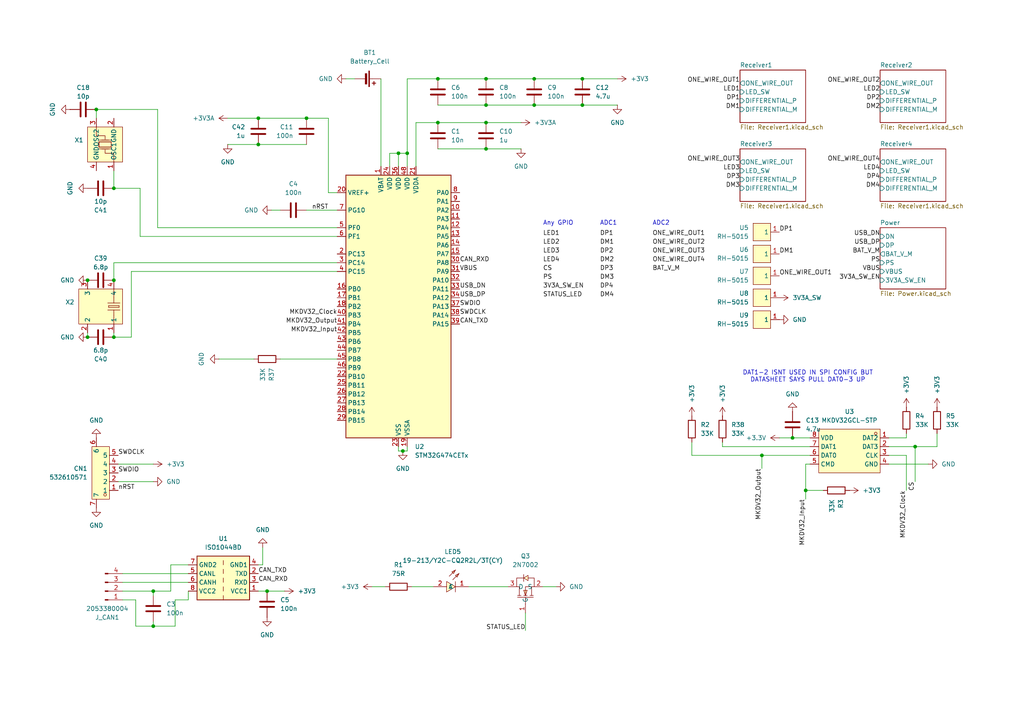
<source format=kicad_sch>
(kicad_sch (version 20231120) (generator "eeschema") (generator_version "8.0")
  (paper "A4")
  (lib_symbols
    (symbol "Connector:Conn_01x04_Pin" (pin_names (offset 1.016) hide)
      (property "Reference" "J" (at 0 5.08 0))
      (property "Value" "Conn_01x04_Pin" (at 0 -7.62 0))
      (symbol "Conn_01x04_Pin_1_1"
        (polyline (pts (xy 1.27 -5.08) (xy 0.8636 -5.08)) (stroke (width 0.1524)))
        (polyline (pts (xy 1.27 -2.54) (xy 0.8636 -2.54)) (stroke (width 0.1524)))
        (polyline (pts (xy 1.27 0) (xy 0.8636 0)) (stroke (width 0.1524)))
        (polyline (pts (xy 1.27 2.54) (xy 0.8636 2.54)) (stroke (width 0.1524)))
        (rectangle (start 0.8636 -4.953) (end 0 -5.207) (stroke (width 0.1524)) (fill (type outline)))
        (rectangle (start 0.8636 -2.413) (end 0 -2.667) (stroke (width 0.1524)) (fill (type outline)))
        (rectangle (start 0.8636 0.127) (end 0 -0.127) (stroke (width 0.1524)) (fill (type outline)))
        (rectangle (start 0.8636 2.667) (end 0 2.413) (stroke (width 0.1524)) (fill (type outline)))
        (pin passive line (at 5.08 2.54 180) (length 3.81) (name "Pin_1") (number "1"))
        (pin passive line (at 5.08 0 180) (length 3.81) (name "Pin_2") (number "2"))
        (pin passive line (at 5.08 -2.54 180) (length 3.81) (name "Pin_3") (number "3"))
        (pin passive line (at 5.08 -5.08 180) (length 3.81) (name "Pin_4") (number "4"))
      )
    )
    (symbol "Device:Battery_Cell" (pin_numbers hide) (pin_names (offset 0) hide)
      (property "Reference" "BT" (at 2.54 2.54 0))
      (property "Value" "Battery_Cell" (at 2.54 0 0))
      (symbol "Battery_Cell_0_1"
        (rectangle (start -2.286 1.778) (end 2.286 1.524) (fill (type outline)))
        (rectangle (start -1.524 1.016) (end 1.524 0.508) (fill (type outline)))
        (polyline (pts (xy 0 0.762) (xy 0 0)))
        (polyline (pts (xy 0 1.778) (xy 0 2.54)))
        (polyline (pts (xy 0.762 3.048) (xy 1.778 3.048)) (stroke (width 0.254)))
        (polyline (pts (xy 1.27 3.556) (xy 1.27 2.54)) (stroke (width 0.254)))
      )
      (symbol "Battery_Cell_1_1"
        (pin passive line (at 0 5.08 270) (length 2.54) (name "+") (number "1"))
        (pin passive line (at 0 -2.54 90) (length 2.54) (name "-") (number "2"))
      )
    )
    (symbol "Device:C" (pin_numbers hide) (pin_names (offset 0.254))
      (property "Reference" "C" (at 0.635 2.54 0))
      (property "Value" "C" (at 0.635 -2.54 0))
      (symbol "C_0_1"
        (polyline (pts (xy -2.032 -0.762) (xy 2.032 -0.762)) (stroke (width 0.508)))
        (polyline (pts (xy -2.032 0.762) (xy 2.032 0.762)) (stroke (width 0.508)))
      )
      (symbol "C_1_1"
        (pin passive line (at 0 3.81 270) (length 2.794) (name "~") (number "1"))
        (pin passive line (at 0 -3.81 90) (length 2.794) (name "~") (number "2"))
      )
    )
    (symbol "Device:R" (pin_numbers hide) (pin_names (offset 0))
      (property "Reference" "R" (at 2.032 0 90))
      (property "Value" "R" (at 0 0 90))
      (symbol "R_0_1"
        (rectangle (start -1.016 -2.54) (end 1.016 2.54) (stroke (width 0.254)))
      )
      (symbol "R_1_1"
        (pin passive line (at 0 3.81 270) (length 1.27) (name "~") (number "1"))
        (pin passive line (at 0 -3.81 90) (length 1.27) (name "~") (number "2"))
      )
    )
    (symbol "Interface_CAN_LIN:ISO1044BD"
      (property "Reference" "U" (at -6.35 6.35 0))
      (property "Value" "ISO1044BD" (at 2.54 6.35 0))
      (symbol "ISO1044BD_0_1"
        (rectangle (start -7.62 5.08) (end 7.62 -7.62) (stroke (width 0.254)) (fill (type background)))
        (polyline (pts (xy 0 -5.08) (xy 0 -6.35)))
        (polyline (pts (xy 0 -2.54) (xy 0 -3.81)))
        (polyline (pts (xy 0 0) (xy 0 -1.27)))
        (polyline (pts (xy 0 2.54) (xy 0 1.27)))
        (polyline (pts (xy 0 5.08) (xy 0 3.81)))
      )
      (symbol "ISO1044BD_1_1"
        (pin power_in line (at -10.16 2.54 0) (length 2.54) (name "VCC1") (number "1"))
        (pin input line (at -10.16 -2.54 0) (length 2.54) (name "TXD") (number "2"))
        (pin output line (at -10.16 0 0) (length 2.54) (name "RXD") (number "3"))
        (pin power_in line (at -10.16 -5.08 0) (length 2.54) (name "GND1") (number "4"))
        (pin bidirectional line (at 10.16 -2.54 180) (length 2.54) (name "CANL") (number "5"))
        (pin bidirectional line (at 10.16 0 180) (length 2.54) (name "CANH") (number "6"))
        (pin power_in line (at 10.16 -5.08 180) (length 2.54) (name "GND2") (number "7"))
        (pin power_in line (at 10.16 2.54 180) (length 2.54) (name "VCC2") (number "8"))
      )
    )
    (symbol "MCU_ST_STM32G4:STM32G474CETx"
      (property "Reference" "U" (at -15.24 39.37 0))
      (property "Value" "STM32G474CETx" (at 7.62 39.37 0))
      (symbol "STM32G474CETx_0_1"
        (rectangle (start -15.24 -38.1) (end 15.24 38.1) (stroke (width 0.254)) (fill (type background)))
      )
      (symbol "STM32G474CETx_1_1"
        (pin power_in line (at -5.08 40.64 270) (length 2.54) (name "VBAT") (number "1"))
        (pin bidirectional line (at 17.78 27.94 180) (length 2.54) (name "PA2") (number "10"))
        (pin bidirectional line (at 17.78 25.4 180) (length 2.54) (name "PA3") (number "11"))
        (pin bidirectional line (at 17.78 22.86 180) (length 2.54) (name "PA4") (number "12"))
        (pin bidirectional line (at 17.78 20.32 180) (length 2.54) (name "PA5") (number "13"))
        (pin bidirectional line (at 17.78 17.78 180) (length 2.54) (name "PA6") (number "14"))
        (pin bidirectional line (at 17.78 15.24 180) (length 2.54) (name "PA7") (number "15"))
        (pin bidirectional line (at -17.78 5.08 0) (length 2.54) (name "PB0") (number "16"))
        (pin bidirectional line (at -17.78 2.54 0) (length 2.54) (name "PB1") (number "17"))
        (pin bidirectional line (at -17.78 0 0) (length 2.54) (name "PB2") (number "18"))
        (pin power_in line (at 2.54 -40.64 90) (length 2.54) (name "VSSA") (number "19"))
        (pin bidirectional line (at -17.78 15.24 0) (length 2.54) (name "PC13") (number "2"))
        (pin input line (at -17.78 33.02 0) (length 2.54) (name "VREF+") (number "20"))
        (pin power_in line (at 5.08 40.64 270) (length 2.54) (name "VDDA") (number "21"))
        (pin bidirectional line (at -17.78 -20.32 0) (length 2.54) (name "PB10") (number "22"))
        (pin power_in line (at 0 -40.64 90) (length 2.54) (name "VSS") (number "23"))
        (pin power_in line (at -2.54 40.64 270) (length 2.54) (name "VDD") (number "24"))
        (pin bidirectional line (at -17.78 -22.86 0) (length 2.54) (name "PB11") (number "25"))
        (pin bidirectional line (at -17.78 -25.4 0) (length 2.54) (name "PB12") (number "26"))
        (pin bidirectional line (at -17.78 -27.94 0) (length 2.54) (name "PB13") (number "27"))
        (pin bidirectional line (at -17.78 -30.48 0) (length 2.54) (name "PB14") (number "28"))
        (pin bidirectional line (at -17.78 -33.02 0) (length 2.54) (name "PB15") (number "29"))
        (pin bidirectional line (at -17.78 12.7 0) (length 2.54) (name "PC14") (number "3"))
        (pin bidirectional line (at 17.78 12.7 180) (length 2.54) (name "PA8") (number "30"))
        (pin bidirectional line (at 17.78 10.16 180) (length 2.54) (name "PA9") (number "31"))
        (pin bidirectional line (at 17.78 7.62 180) (length 2.54) (name "PA10") (number "32"))
        (pin bidirectional line (at 17.78 5.08 180) (length 2.54) (name "PA11") (number "33"))
        (pin bidirectional line (at 17.78 2.54 180) (length 2.54) (name "PA12") (number "34"))
        (pin passive line (at 0 -40.64 90) (length 2.54) hide (name "VSS") (number "35"))
        (pin power_in line (at 0 40.64 270) (length 2.54) (name "VDD") (number "36"))
        (pin bidirectional line (at 17.78 0 180) (length 2.54) (name "PA13") (number "37"))
        (pin bidirectional line (at 17.78 -2.54 180) (length 2.54) (name "PA14") (number "38"))
        (pin bidirectional line (at 17.78 -5.08 180) (length 2.54) (name "PA15") (number "39"))
        (pin bidirectional line (at -17.78 10.16 0) (length 2.54) (name "PC15") (number "4"))
        (pin bidirectional line (at -17.78 -2.54 0) (length 2.54) (name "PB3") (number "40"))
        (pin bidirectional line (at -17.78 -5.08 0) (length 2.54) (name "PB4") (number "41"))
        (pin bidirectional line (at -17.78 -7.62 0) (length 2.54) (name "PB5") (number "42"))
        (pin bidirectional line (at -17.78 -10.16 0) (length 2.54) (name "PB6") (number "43"))
        (pin bidirectional line (at -17.78 -12.7 0) (length 2.54) (name "PB7") (number "44"))
        (pin bidirectional line (at -17.78 -15.24 0) (length 2.54) (name "PB8") (number "45"))
        (pin bidirectional line (at -17.78 -17.78 0) (length 2.54) (name "PB9") (number "46"))
        (pin passive line (at 0 -40.64 90) (length 2.54) hide (name "VSS") (number "47"))
        (pin power_in line (at 2.54 40.64 270) (length 2.54) (name "VDD") (number "48"))
        (pin bidirectional line (at -17.78 22.86 0) (length 2.54) (name "PF0") (number "5"))
        (pin bidirectional line (at -17.78 20.32 0) (length 2.54) (name "PF1") (number "6"))
        (pin bidirectional line (at -17.78 27.94 0) (length 2.54) (name "PG10") (number "7"))
        (pin bidirectional line (at 17.78 33.02 180) (length 2.54) (name "PA0") (number "8"))
        (pin bidirectional line (at 17.78 30.48 180) (length 2.54) (name "PA1") (number "9"))
      )
    )
    (symbol "Rocketry_Easyeda:19-213_Y2C-CQ2R2L_3T(CY) (0603 Yellow)"
      (property "Reference" "LED" (at 0 5.08 0))
      (property "Value" "19-213/Y2C-CQ2R2L/3T(CY)" (at 0 -5.08 0))
      (symbol "19-213_Y2C-CQ2R2L_3T(CY) (0603 Yellow)_0_1"
        (polyline (pts (xy -1.27 1.52) (xy -1.27 -1.52)))
        (polyline (pts (xy -0.51 2.03) (xy -2.29 3.81)))
        (polyline (pts (xy 0.51 3.05) (xy -1.27 4.83)))
        (polyline (pts (xy -2.29 3.81) (xy -1.27 3.3) (xy -1.78 2.79) (xy -2.29 3.81)) (fill (type background)))
        (polyline (pts (xy -1.27 4.83) (xy -0.25 4.32) (xy -0.76 3.81) (xy -1.27 4.83)) (fill (type background)))
        (polyline (pts (xy 1.27 -1.52) (xy -1.27 0) (xy 1.27 1.52) (xy 1.27 -1.52)) (fill (type background)))
        (pin input line (at -5.08 0 0) (length 3.81) (name "C") (number "1"))
        (pin input line (at 5.08 0 180) (length 3.81) (name "A") (number "2"))
      )
    )
    (symbol "Rocketry_Easyeda:2N7002"
      (property "Reference" "Q" (at 0 10.16 0))
      (property "Value" "2N7002" (at 0 -10.16 0))
      (symbol "2N7002_0_1"
        (polyline (pts (xy -2.54 0) (xy -0.51 0)))
        (polyline (pts (xy -0.51 2.29) (xy -0.51 -2.29)))
        (polyline (pts (xy 0 -2.29) (xy 0 -1.27)))
        (polyline (pts (xy 0 -0.51) (xy 0 0.51)))
        (polyline (pts (xy 0 2.29) (xy 0 1.27)))
        (polyline (pts (xy 2.54 -1.78) (xy 0 -1.78)))
        (polyline (pts (xy 0 0) (xy 1.52 -0.51) (xy 1.52 0.51) (xy 0 0)) (fill (type background)))
        (polyline (pts (xy 5.08 0.51) (xy 4.32 -0.76) (xy 5.84 -0.76) (xy 5.08 0.51)) (fill (type background)))
        (polyline (pts (xy 6.1 0.51) (xy 5.59 0.51) (xy 4.57 0.51) (xy 4.06 0.51)))
        (polyline (pts (xy 0 0) (xy 2.54 0) (xy 2.54 -2.54) (xy 5.08 -2.54) (xy 5.08 -0.76)))
        (polyline (pts (xy 0 1.78) (xy 2.54 1.78) (xy 2.54 2.54) (xy 5.08 2.54) (xy 5.08 0.51)))
        (pin unspecified line (at -5.08 0 0) (length 2.54) (name "G") (number "1"))
        (pin unspecified line (at 2.54 -5.08 90) (length 2.54) (name "S") (number "2"))
        (pin unspecified line (at 2.54 5.08 270) (length 2.54) (name "D") (number "3"))
      )
    )
    (symbol "Rocketry_Easyeda:532610571"
      (property "Reference" "CN" (at 0 15.24 0))
      (property "Value" "532610571" (at 0 -15.24 0))
      (symbol "532610571_0_1"
        (rectangle (start -1.27 7.62) (end 3.81 -7.62) (fill (type background)))
        (circle (center 0 6.35) (radius 0.38))
        (pin unspecified line (at -3.81 5.08 0) (length 2.54) (name "1") (number "1"))
        (pin unspecified line (at -3.81 2.54 0) (length 2.54) (name "2") (number "2"))
        (pin unspecified line (at -3.81 0 0) (length 2.54) (name "3") (number "3"))
        (pin unspecified line (at -3.81 -2.54 0) (length 2.54) (name "4") (number "4"))
        (pin unspecified line (at -3.81 -5.08 0) (length 2.54) (name "5") (number "5"))
        (pin unspecified line (at 2.54 -10.16 90) (length 2.54) (name "6") (number "6"))
        (pin unspecified line (at 2.54 10.16 270) (length 2.54) (name "7") (number "7"))
      )
    )
    (symbol "Rocketry_Easyeda:MC-30632.768kHz6.0pF20ppm"
      (property "Reference" "X" (at 0 12.7 0))
      (property "Value" "MC-306 32.768kHz 6.0pF 20ppm" (at 0 -12.7 0))
      (symbol "MC-30632.768kHz6.0pF20ppm_0_1"
        (rectangle (start -6.35 5.08) (end 6.35 -5.08) (fill (type background)))
        (polyline (pts (xy -5.59 -1.02) (xy -2.03 -1.02)))
        (polyline (pts (xy -5.59 1.02) (xy -2.03 1.02)))
        (polyline (pts (xy -5.33 -0.25) (xy -2.29 -0.25)))
        (polyline (pts (xy -5.33 0.25) (xy -5.33 -0.25)))
        (polyline (pts (xy -3.81 -2.54) (xy -3.81 -5.08)))
        (polyline (pts (xy -3.81 -2.54) (xy -3.81 -1.02)))
        (polyline (pts (xy -3.81 1.02) (xy -3.81 2.54)))
        (polyline (pts (xy -3.81 2.54) (xy -3.81 5.08)))
        (polyline (pts (xy -2.29 -0.25) (xy -2.29 0.25)))
        (polyline (pts (xy -2.29 0.25) (xy -5.33 0.25)))
        (pin unspecified line (at -3.81 -7.62 90) (length 2.54) (name "1") (number "1"))
        (pin unspecified line (at 3.81 -7.62 90) (length 2.54) (name "2") (number "2"))
        (pin unspecified line (at 3.81 7.62 270) (length 2.54) (name "3") (number "3"))
        (pin unspecified line (at -3.81 7.62 270) (length 2.54) (name "4") (number "4"))
      )
    )
    (symbol "Rocketry_Easyeda:MKDV32GCL-STP"
      (property "Reference" "U" (at 0 8.89 0))
      (property "Value" "MKDV32GCL-STP" (at 0 -8.89 0))
      (symbol "MKDV32GCL-STP_0_1"
        (rectangle (start -8.89 6.35) (end 8.89 -6.35) (fill (type background)))
        (circle (center -7.62 5.08) (radius 0.38))
        (pin unspecified line (at -11.43 3.81 0) (length 2.54) (name "DAT2") (number "1"))
        (pin unspecified line (at -11.43 1.27 0) (length 2.54) (name "DAT3") (number "2"))
        (pin unspecified line (at -11.43 -1.27 0) (length 2.54) (name "CLK") (number "3"))
        (pin unspecified line (at -11.43 -3.81 0) (length 2.54) (name "GND") (number "4"))
        (pin unspecified line (at 11.43 -3.81 180) (length 2.54) (name "CMD") (number "5"))
        (pin unspecified line (at 11.43 -1.27 180) (length 2.54) (name "DAT0") (number "6"))
        (pin unspecified line (at 11.43 1.27 180) (length 2.54) (name "DAT1") (number "7"))
        (pin unspecified line (at 11.43 3.81 180) (length 2.54) (name "VDD") (number "8"))
      )
    )
    (symbol "Rocketry_Easyeda:RH-5015"
      (property "Reference" "U" (at 0 5.08 0))
      (property "Value" "RH-5015" (at 0 -5.08 0))
      (symbol "RH-5015_0_1"
        (rectangle (start -2.54 2.54) (end 2.54 -2.54) (fill (type background)))
        (pin unspecified line (at -5.08 0 0) (length 2.54) (name "1") (number "1"))
      )
    )
    (symbol "Rocketry_Easyeda:X322516MLB4SI"
      (property "Reference" "X" (at 0 7.62 0))
      (property "Value" "X322516MLB4SI" (at 0 -7.62 0))
      (symbol "X322516MLB4SI_0_1"
        (rectangle (start -5.08 5.08) (end 5.08 -5.08) (fill (type background)))
        (polyline (pts (xy -1.27 -1.78) (xy -1.27 1.78)))
        (polyline (pts (xy -1.27 -1.02) (xy -1.27 1.02)))
        (polyline (pts (xy 0.76 -1.78) (xy -0.76 -1.78)))
        (polyline (pts (xy 1.27 -1.78) (xy 1.27 1.78)))
        (polyline (pts (xy 1.27 -1.02) (xy 1.27 1.02)))
        (polyline (pts (xy -5.08 -2.54) (xy -2.54 -2.54) (xy -2.54 0) (xy -1.52 0)))
        (polyline (pts (xy -0.76 -1.78) (xy -0.76 1.78) (xy 0.76 1.78) (xy 0.76 -1.78)))
        (polyline (pts (xy 5.08 2.54) (xy 2.54 2.54) (xy 2.54 0) (xy 1.52 0)))
        (polyline (pts (xy 0.76 1.78) (xy 0.76 -1.78) (xy -0.76 -1.78) (xy -0.76 1.78) (xy 0.76 1.78)) (fill (type background)))
        (pin unspecified line (at -7.62 -2.54 0) (length 2.54) (name "OSC1") (number "1"))
        (pin unspecified line (at 7.62 -2.54 180) (length 2.54) (name "GND") (number "2"))
        (pin unspecified line (at 7.62 2.54 180) (length 2.54) (name "OSC2") (number "3"))
        (pin unspecified line (at -7.62 2.54 0) (length 2.54) (name "GND") (number "4"))
      )
    )
    (symbol "power:+3.3V" (power) (pin_numbers hide) (pin_names (offset 0) hide)
      (property "Value" "+3.3V" (at 0 3.556 0))
      (symbol "+3.3V_0_1"
        (polyline (pts (xy -0.762 1.27) (xy 0 2.54)))
        (polyline (pts (xy 0 0) (xy 0 2.54)))
        (polyline (pts (xy 0 2.54) (xy 0.762 1.27)))
      )
      (symbol "+3.3V_1_1"
        (pin power_in line (at 0 0 90) (length 0) (name "~") (number "1"))
      )
    )
    (symbol "power:+3.3VA" (power) (pin_numbers hide) (pin_names (offset 0) hide)
      (property "Value" "+3.3VA" (at 0 3.556 0))
      (symbol "+3.3VA_0_1"
        (polyline (pts (xy -0.762 1.27) (xy 0 2.54)))
        (polyline (pts (xy 0 0) (xy 0 2.54)))
        (polyline (pts (xy 0 2.54) (xy 0.762 1.27)))
      )
      (symbol "+3.3VA_1_1"
        (pin power_in line (at 0 0 90) (length 0) (name "~") (number "1"))
      )
    )
    (symbol "power:GND" (power) (pin_numbers hide) (pin_names (offset 0) hide)
      (property "Value" "GND" (at 0 -3.81 0))
      (symbol "GND_0_1"
        (polyline (pts (xy 0 0) (xy 0 -1.27) (xy 1.27 -1.27) (xy 0 -2.54) (xy -1.27 -1.27) (xy 0 -1.27)))
      )
      (symbol "GND_1_1"
        (pin power_in line (at 0 0 270) (length 0) (name "~") (number "1"))
      )
    )
  )
  (junction (at 154.94 30.48))
  (junction (at 74.93 41.91))
  (junction (at 115.57 44.45))
  (junction (at 25.4 81.28))
  (junction (at 168.91 22.86))
  (junction (at 33.02 81.28))
  (junction (at 265.43 129.54))
  (junction (at 116.84 130.81))
  (junction (at 140.97 22.86))
  (junction (at 233.68 142.24))
  (junction (at 168.91 30.48))
  (junction (at 33.02 54.61))
  (junction (at 154.94 22.86))
  (junction (at 27.94 31.75))
  (junction (at 77.47 171.45))
  (junction (at 140.97 35.56))
  (junction (at 127 35.56))
  (junction (at 229.87 127))
  (junction (at 118.11 44.45))
  (junction (at 33.02 97.79))
  (junction (at 127 22.86))
  (junction (at 88.9 34.29))
  (junction (at 44.45 181.61))
  (junction (at 25.4 97.79))
  (junction (at 74.93 34.29))
  (junction (at 140.97 43.18))
  (junction (at 140.97 30.48))
  (junction (at 44.45 171.45))
  (junction (at 220.98 132.08))
  (wire (pts (xy 271.78 129.54) (xy 265.43 129.54)))
  (wire (pts (xy 233.68 142.24) (xy 233.68 144.78)))
  (wire (pts (xy 81.28 104.14) (xy 97.79 104.14)))
  (wire (pts (xy 40.64 68.58) (xy 97.79 68.58)))
  (wire (pts (xy 107.95 170.18) (xy 111.76 170.18)))
  (wire (pts (xy 44.45 134.62) (xy 34.29 134.62)))
  (wire (pts (xy 119.38 170.18) (xy 125.73 170.18)))
  (wire (pts (xy 88.9 60.96) (xy 97.79 60.96)))
  (wire (pts (xy 27.94 31.75) (xy 45.72 31.75)))
  (wire (pts (xy 271.78 125.73) (xy 271.78 129.54)))
  (wire (pts (xy 120.65 35.56) (xy 120.65 48.26)))
  (wire (pts (xy 120.65 35.56) (xy 127 35.56)))
  (wire (pts (xy 95.25 55.88) (xy 97.79 55.88)))
  (wire (pts (xy 50.8 181.61) (xy 50.8 173.99)))
  (wire (pts (xy 118.11 130.81) (xy 116.84 130.81)))
  (wire (pts (xy 262.89 132.08) (xy 262.89 142.24)))
  (wire (pts (xy 154.94 30.48) (xy 168.91 30.48)))
  (wire (pts (xy 44.45 181.61) (xy 50.8 181.61)))
  (wire (pts (xy 45.72 66.04) (xy 97.79 66.04)))
  (wire (pts (xy 265.43 129.54) (xy 265.43 139.7)))
  (wire (pts (xy 140.97 35.56) (xy 151.13 35.56)))
  (wire (pts (xy 257.81 127) (xy 262.89 127)))
  (wire (pts (xy 127 35.56) (xy 140.97 35.56)))
  (wire (pts (xy 39.37 173.99) (xy 35.56 173.99)))
  (wire (pts (xy 76.2 158.75) (xy 76.2 163.83)))
  (wire (pts (xy 238.76 142.24) (xy 233.68 142.24)))
  (wire (pts (xy 152.4 182.88) (xy 152.4 177.8)))
  (wire (pts (xy 154.94 22.86) (xy 168.91 22.86)))
  (wire (pts (xy 257.81 129.54) (xy 265.43 129.54)))
  (wire (pts (xy 234.95 134.62) (xy 233.68 134.62)))
  (wire (pts (xy 113.03 48.26) (xy 113.03 44.45)))
  (wire (pts (xy 74.93 171.45) (xy 77.47 171.45)))
  (wire (pts (xy 233.68 134.62) (xy 233.68 142.24)))
  (wire (pts (xy 66.04 41.91) (xy 74.93 41.91)))
  (wire (pts (xy 49.53 171.45) (xy 49.53 163.83)))
  (wire (pts (xy 262.89 132.08) (xy 257.81 132.08)))
  (wire (pts (xy 39.37 181.61) (xy 44.45 181.61)))
  (wire (pts (xy 97.79 78.74) (xy 38.1 78.74)))
  (wire (pts (xy 35.56 171.45) (xy 44.45 171.45)))
  (wire (pts (xy 116.84 130.81) (xy 115.57 130.81)))
  (wire (pts (xy 49.53 163.83) (xy 54.61 163.83)))
  (wire (pts (xy 63.5 104.14) (xy 73.66 104.14)))
  (wire (pts (xy 140.97 43.18) (xy 151.13 43.18)))
  (wire (pts (xy 200.66 132.08) (xy 220.98 132.08)))
  (wire (pts (xy 127 22.86) (xy 140.97 22.86)))
  (wire (pts (xy 118.11 129.54) (xy 118.11 130.81)))
  (wire (pts (xy 88.9 34.29) (xy 74.93 34.29)))
  (wire (pts (xy 33.02 97.79) (xy 38.1 97.79)))
  (wire (pts (xy 78.74 60.96) (xy 81.28 60.96)))
  (wire (pts (xy 66.04 34.29) (xy 74.93 34.29)))
  (wire (pts (xy 118.11 22.86) (xy 118.11 44.45)))
  (wire (pts (xy 33.02 96.52) (xy 33.02 97.79)))
  (wire (pts (xy 220.98 135.89) (xy 220.98 132.08)))
  (wire (pts (xy 39.37 181.61) (xy 39.37 173.99)))
  (wire (pts (xy 74.93 41.91) (xy 88.9 41.91)))
  (wire (pts (xy 113.03 44.45) (xy 115.57 44.45)))
  (wire (pts (xy 33.02 49.53) (xy 33.02 54.61)))
  (wire (pts (xy 50.8 173.99) (xy 54.61 173.99)))
  (wire (pts (xy 118.11 48.26) (xy 118.11 44.45)))
  (wire (pts (xy 127 30.48) (xy 140.97 30.48)))
  (wire (pts (xy 34.29 139.7) (xy 44.45 139.7)))
  (wire (pts (xy 44.45 180.34) (xy 44.45 181.61)))
  (wire (pts (xy 40.64 54.61) (xy 33.02 54.61)))
  (wire (pts (xy 262.89 127) (xy 262.89 125.73)))
  (wire (pts (xy 27.94 31.75) (xy 27.94 34.29)))
  (wire (pts (xy 33.02 76.2) (xy 33.02 81.28)))
  (wire (pts (xy 135.89 170.18) (xy 147.32 170.18)))
  (wire (pts (xy 127 43.18) (xy 140.97 43.18)))
  (wire (pts (xy 229.87 127) (xy 226.06 127)))
  (wire (pts (xy 95.25 34.29) (xy 88.9 34.29)))
  (wire (pts (xy 234.95 127) (xy 229.87 127)))
  (wire (pts (xy 179.07 30.48) (xy 168.91 30.48)))
  (wire (pts (xy 38.1 78.74) (xy 38.1 97.79)))
  (wire (pts (xy 100.33 22.86) (xy 102.87 22.86)))
  (wire (pts (xy 115.57 129.54) (xy 115.57 130.81)))
  (wire (pts (xy 200.66 128.27) (xy 200.66 132.08)))
  (wire (pts (xy 40.64 54.61) (xy 40.64 68.58)))
  (wire (pts (xy 35.56 168.91) (xy 54.61 168.91)))
  (wire (pts (xy 115.57 44.45) (xy 118.11 44.45)))
  (wire (pts (xy 110.49 22.86) (xy 110.49 48.26)))
  (wire (pts (xy 35.56 166.37) (xy 54.61 166.37)))
  (wire (pts (xy 76.2 163.83) (xy 74.93 163.83)))
  (wire (pts (xy 220.98 132.08) (xy 234.95 132.08)))
  (wire (pts (xy 168.91 22.86) (xy 179.07 22.86)))
  (wire (pts (xy 209.55 128.27) (xy 209.55 129.54)))
  (wire (pts (xy 140.97 22.86) (xy 154.94 22.86)))
  (wire (pts (xy 44.45 171.45) (xy 44.45 172.72)))
  (wire (pts (xy 118.11 22.86) (xy 127 22.86)))
  (wire (pts (xy 115.57 48.26) (xy 115.57 44.45)))
  (wire (pts (xy 209.55 129.54) (xy 234.95 129.54)))
  (wire (pts (xy 97.79 76.2) (xy 33.02 76.2)))
  (wire (pts (xy 269.24 134.62) (xy 257.81 134.62)))
  (wire (pts (xy 45.72 31.75) (xy 45.72 66.04)))
  (wire (pts (xy 77.47 171.45) (xy 82.55 171.45)))
  (wire (pts (xy 54.61 173.99) (xy 54.61 171.45)))
  (wire (pts (xy 157.48 170.18) (xy 161.29 170.18)))
  (wire (pts (xy 44.45 171.45) (xy 49.53 171.45)))
  (wire (pts (xy 25.4 96.52) (xy 25.4 97.79)))
  (wire (pts (xy 95.25 34.29) (xy 95.25 55.88)))
  (wire (pts (xy 140.97 30.48) (xy 154.94 30.48)))
  (text "ADC1" (at 173.99 64.77 0) (effects (font (size 1.27 1.27)) (justify left)))
  (text "ADC2" (at 189.23 64.77 0) (effects (font (size 1.27 1.27)) (justify left)))
  (text "DAT1-2 ISNT USED IN SPI CONFIG BUT\nDATASHEET SAYS PULL DAT0-3 UP" (at 234.315 109.22 0) (effects (font (size 1.27 1.27))))
  (text "Any GPIO" (at 157.48 64.77 0) (effects (font (size 1.27 1.27)) (justify left)))
  (label "nRST" (at 95.25 60.96 180))
  (label "USB_DN" (at 255.27 68.58 180))
  (label "CS" (at 157.48 78.74 0))
  (label "VBUS" (at 133.35 78.74 0))
  (label "VBUS" (at 255.27 78.74 180))
  (label "DM4" (at 173.99 86.36 0))
  (label "CAN_RXD" (at 74.93 168.91 0))
  (label "DM1" (at 173.99 71.12 0))
  (label "LED2" (at 255.27 26.67 180))
  (label "CAN_TXD" (at 133.35 93.98 0))
  (label "MKDV32_Output" (at 220.98 135.89 270))
  (label "CAN_RXD" (at 133.35 76.2 0))
  (label "MKDV32_Input" (at 97.79 96.52 180))
  (label "DP2" (at 173.99 73.66 0))
  (label "DP1" (at 173.99 68.58 0))
  (label "USB_DP" (at 255.27 71.12 180))
  (label "ONE_WIRE_OUT4" (at 189.23 76.2 0))
  (label "DP3" (at 173.99 78.74 0))
  (label "DP4" (at 173.99 83.82 0))
  (label "DM3" (at 214.63 54.61 180))
  (label "CS" (at 265.43 139.7 270))
  (label "LED4" (at 157.48 76.2 0))
  (label "ONE_WIRE_OUT1" (at 189.23 68.58 0))
  (label "3V3A_SW_EN" (at 157.48 83.82 0))
  (label "LED1" (at 214.63 26.67 180))
  (label "ONE_WIRE_OUT3" (at 189.23 73.66 0))
  (label "3V3A_SW_EN" (at 255.27 81.28 180))
  (label "DM1" (at 226.06 73.66 0))
  (label "LED4" (at 255.27 49.53 180))
  (label "USB_DN" (at 133.35 83.82 0))
  (label "SWDIO" (at 133.35 88.9 0))
  (label "DM2" (at 255.27 31.75 180))
  (label "LED2" (at 157.48 71.12 0))
  (label "nRST" (at 34.29 142.24 0))
  (label "STATUS_LED" (at 152.4 182.88 180))
  (label "DP3" (at 214.63 52.07 180))
  (label "MKDV32_Input" (at 233.68 144.78 270))
  (label "DM3" (at 173.99 81.28 0))
  (label "ONE_WIRE_OUT4" (at 255.27 46.99 180))
  (label "ONE_WIRE_OUT3" (at 214.63 46.99 180))
  (label "PS" (at 157.48 81.28 0))
  (label "LED1" (at 157.48 68.58 0))
  (label "ONE_WIRE_OUT1" (at 226.06 80.01 0))
  (label "ONE_WIRE_OUT2" (at 255.27 24.13 180))
  (label "DM4" (at 255.27 54.61 180))
  (label "DP1" (at 214.63 29.21 180))
  (label "LED3" (at 214.63 49.53 180))
  (label "DP4" (at 255.27 52.07 180))
  (label "MKDV32_Clock" (at 97.79 91.44 180))
  (label "USB_DP" (at 133.35 86.36 0))
  (label "BAT_V_M" (at 255.27 73.66 180))
  (label "ONE_WIRE_OUT2" (at 189.23 71.12 0))
  (label "BAT_V_M" (at 189.23 78.74 0))
  (label "STATUS_LED" (at 157.48 86.36 0))
  (label "DM2" (at 173.99 76.2 0))
  (label "CAN_TXD" (at 74.93 166.37 0))
  (label "SWDCLK" (at 133.35 91.44 0))
  (label "MKDV32_Clock" (at 262.89 142.24 270))
  (label "DP2" (at 255.27 29.21 180))
  (label "DP1" (at 226.06 67.31 0))
  (label "SWDIO" (at 34.29 137.16 0))
  (label "ONE_WIRE_OUT1" (at 214.63 24.13 180))
  (label "MKDV32_Output" (at 97.79 93.98 180))
  (label "DM1" (at 214.63 31.75 180))
  (label "PS" (at 255.27 76.2 180))
  (label "SWDCLK" (at 34.29 132.08 0))
  (label "LED3" (at 157.48 73.66 0))
  (symbol (lib_id "MCU_ST_STM32G4:STM32G474CETx") (at 115.57 88.9 0) (unit 1)
    (property "Reference" "U2" (at 120.3041 129.54 0) (effects (justify left)))
    (property "Value" "STM32G474CETx" (at 120.3041 132.08 0) (effects (justify left)))
    (property "Footprint" "Package_QFP:LQFP-48_7x7mm_P0.5mm" (effects (hide yes)))
    (property "Datasheet" "https://www.st.com/resource/en/datasheet/stm32g474ce.pdf" (effects (hide yes)))
    (property "Description" "STMicroelectronics Arm Cortex-M4 MCU, 512KB flash, 128KB RAM, 170 MHz, 1.71-3.6V, 38 GPIO, LQFP48" (effects (hide yes)))
  )
  (symbol (lib_id "Device:R") (at 262.89 121.92 0) (unit 1)
    (property "Reference" "R4" (at 265.43 120.6499 0) (effects (justify left)))
    (property "Value" "33K" (at 265.43 123.1899 0) (effects (justify left)))
    (property "Footprint" "Resistor_SMD:R_0402_1005Metric" (effects (hide yes)))
    (property "Description" "Resistor" (effects (hide yes)))
  )
  (symbol (lib_id "power:GND") (at 66.04 41.91 0) (mirror y) (unit 1)
    (property "Reference" "#PWR026" (effects (hide yes)))
    (property "Value" "GND" (at 66.04 46.99 0))
    (property "Description" "Power symbol creates a global label with name \"GND\" , ground" (effects (hide yes)))
  )
  (symbol (lib_id "power:+3.3V") (at 107.95 170.18 90) (unit 1)
    (property "Reference" "#PWR069" (effects (hide yes)))
    (property "Value" "+3V3" (at 104.14 170.1799 90) (effects (justify left)))
    (property "Description" "Power symbol creates a global label with name \"+3.3V\"" (effects (hide yes)))
  )
  (symbol (lib_id "power:GND") (at 116.84 130.81 0) (mirror y) (unit 1)
    (property "Reference" "#PWR09" (effects (hide yes)))
    (property "Value" "GND" (at 116.84 135.89 0))
    (property "Description" "Power symbol creates a global label with name \"GND\" , ground" (effects (hide yes)))
  )
  (symbol (lib_id "Device:R") (at 200.66 124.46 0) (unit 1)
    (property "Reference" "R2" (at 203.2 123.1899 0) (effects (justify left)))
    (property "Value" "33K" (at 203.2 125.7299 0) (effects (justify left)))
    (property "Footprint" "Resistor_SMD:R_0402_1005Metric" (effects (hide yes)))
    (property "Description" "Resistor" (effects (hide yes)))
  )
  (symbol (lib_id "Device:Battery_Cell") (at 105.41 22.86 270) (unit 1)
    (property "Reference" "BT1" (at 107.2515 15.24 90))
    (property "Value" "Battery_Cell" (at 107.2515 17.78 90))
    (property "Footprint" "Rocketry_Manual:SEIKO_ML414H_IV01E" (effects (hide yes)))
    (property "Description" "Single-cell battery" (effects (hide yes)))
  )
  (symbol (lib_id "power:GND") (at 226.06 92.71 90) (mirror x) (unit 1)
    (property "Reference" "#PWR079" (effects (hide yes)))
    (property "Value" "GND" (at 229.87 92.7099 90) (effects (justify right)))
    (property "Description" "Power symbol creates a global label with name \"GND\" , ground" (effects (hide yes)))
  )
  (symbol (lib_id "power:GND") (at 25.4 54.61 270) (mirror x) (unit 1)
    (property "Reference" "#PWR045" (effects (hide yes)))
    (property "Value" "GND" (at 20.32 54.61 0))
    (property "Description" "Power symbol creates a global label with name \"GND\" , ground" (effects (hide yes)))
  )
  (symbol (lib_id "power:GND") (at 20.32 31.75 270) (unit 1)
    (property "Reference" "#PWR039" (effects (hide yes)))
    (property "Value" "GND" (at 15.24 31.75 0))
    (property "Description" "Power symbol creates a global label with name \"GND\" , ground" (effects (hide yes)))
  )
  (symbol (lib_id "power:GND") (at 100.33 22.86 270) (unit 1)
    (property "Reference" "#PWR01" (effects (hide yes)))
    (property "Value" "GND" (at 96.52 22.8599 90) (effects (justify right)))
    (property "Description" "Power symbol creates a global label with name \"GND\" , ground" (effects (hide yes)))
  )
  (symbol (lib_id "Device:R") (at 242.57 142.24 270) (unit 1)
    (property "Reference" "R3" (at 243.8401 144.78 0) (effects (justify left)))
    (property "Value" "33K" (at 241.3001 144.78 0) (effects (justify left)))
    (property "Footprint" "Resistor_SMD:R_0402_1005Metric" (effects (hide yes)))
    (property "Description" "Resistor" (effects (hide yes)))
  )
  (symbol (lib_id "Device:C") (at 85.09 60.96 90) (unit 1)
    (property "Reference" "C4" (at 85.09 53.34 90))
    (property "Value" "100n" (at 85.09 55.88 90))
    (property "Footprint" "Capacitor_SMD:C_0402_1005Metric" (effects (hide yes)))
    (property "Description" "Unpolarized capacitor" (effects (hide yes)))
  )
  (symbol (lib_id "power:+3.3V") (at 151.13 35.56 270) (unit 1)
    (property "Reference" "#PWR05" (effects (hide yes)))
    (property "Value" "+3V3A" (at 154.94 35.5601 90) (effects (justify left)))
    (property "Description" "Power symbol creates a global label with name \"+3.3V\"" (effects (hide yes)))
  )
  (symbol (lib_id "Device:C") (at 77.47 175.26 180) (unit 1)
    (property "Reference" "C5" (at 81.28 173.9899 0) (effects (justify right)))
    (property "Value" "100n" (at 81.28 176.5299 0) (effects (justify right)))
    (property "Footprint" "Capacitor_SMD:C_0402_1005Metric" (effects (hide yes)))
    (property "Description" "Unpolarized capacitor" (effects (hide yes)))
  )
  (symbol (lib_id "power:+3.3V") (at 179.07 22.86 270) (unit 1)
    (property "Reference" "#PWR011" (effects (hide yes)))
    (property "Value" "+3V3" (at 182.88 22.8601 90) (effects (justify left)))
    (property "Description" "Power symbol creates a global label with name \"+3.3V\"" (effects (hide yes)))
  )
  (symbol (lib_id "power:GND") (at 77.47 179.07 0) (mirror y) (unit 1)
    (property "Reference" "#PWR07" (effects (hide yes)))
    (property "Value" "GND" (at 77.47 184.15 0))
    (property "Description" "Power symbol creates a global label with name \"GND\" , ground" (effects (hide yes)))
  )
  (symbol (lib_id "power:GND") (at 161.29 170.18 90) (unit 1)
    (property "Reference" "#PWR072" (effects (hide yes)))
    (property "Value" "GND" (at 165.1 170.1799 90) (effects (justify right)))
    (property "Description" "Power symbol creates a global label with name \"GND\" , ground" (effects (hide yes)))
  )
  (symbol (lib_id "Device:C") (at 29.21 97.79 270) (unit 1)
    (property "Reference" "C40" (at 29.21 104.14 90))
    (property "Value" "6.8p" (at 29.21 101.6 90))
    (property "Footprint" "Capacitor_SMD:C_0603_1608Metric_Pad1.08x0.95mm_HandSolder" (effects (hide yes)))
    (property "Description" "Unpolarized capacitor" (effects (hide yes)))
  )
  (symbol (lib_id "power:GND") (at 76.2 158.75 0) (mirror x) (unit 1)
    (property "Reference" "#PWR06" (effects (hide yes)))
    (property "Value" "GND" (at 76.2 153.67 0))
    (property "Description" "Power symbol creates a global label with name \"GND\" , ground" (effects (hide yes)))
  )
  (symbol (lib_id "Rocketry_Easyeda:MC-30632.768kHz6.0pF20ppm") (at 29.21 88.9 0) (mirror y) (unit 1)
    (property "Reference" "X2" (at 21.59 87.6299 0) (effects (justify left)))
    (property "Value" "MC-306 32.768kHz 6.0pF 20ppm" (effects (hide yes)))
    (property "Footprint" "Rocketry_Easyeda:MC-306_4P-L8.0-W3.2-P5.5-BL" (effects (hide yes)))
    (property "Datasheet" "https://lcsc.com/product-detail/SMD-Crystals_EPSON_MC-306-32-768kHz-6-0pF-20ppm_MC-306-32-768kHz-6-0pF-20ppm_C83979.html" (effects (hide yes)))
    (property "LCSC Part" "C83979" (effects (hide yes)))
  )
  (symbol (lib_id "power:+3.3V") (at 246.38 142.24 270) (mirror x) (unit 1)
    (property "Reference" "#PWR015" (effects (hide yes)))
    (property "Value" "+3V3" (at 250.19 142.2399 90) (effects (justify left)))
    (property "Description" "Power symbol creates a global label with name \"+3.3V\"" (effects (hide yes)))
  )
  (symbol (lib_id "power:+3.3VA") (at 226.06 86.36 270) (unit 1)
    (property "Reference" "#PWR078" (effects (hide yes)))
    (property "Value" "3V3A_SW" (at 229.87 86.3599 90) (effects (justify left)))
    (property "Description" "Power symbol creates a global label with name \"+3.3VA\"" (effects (hide yes)))
  )
  (symbol (lib_id "Rocketry_Easyeda:RH-5015") (at 220.98 67.31 0) (mirror y) (unit 1)
    (property "Reference" "U5" (at 217.17 66.0399 0) (effects (justify left)))
    (property "Value" "RH-5015" (at 217.17 68.5799 0) (effects (justify left)))
    (property "Footprint" "Rocketry_Easyeda:SMD_RH-5015" (effects (hide yes)))
    (property "LCSC Part" "C5199798" (effects (hide yes)))
  )
  (symbol (lib_id "power:GND") (at 25.4 81.28 270) (mirror x) (unit 1)
    (property "Reference" "#PWR076" (effects (hide yes)))
    (property "Value" "GND" (at 21.59 81.2799 90) (effects (justify right)))
    (property "Description" "Power symbol creates a global label with name \"GND\" , ground" (effects (hide yes)))
  )
  (symbol (lib_id "Device:C") (at 154.94 26.67 0) (unit 1)
    (property "Reference" "C9" (at 158.75 25.3999 0) (effects (justify left)))
    (property "Value" "100n" (at 158.75 27.9399 0) (effects (justify left)))
    (property "Footprint" "Capacitor_SMD:C_0402_1005Metric" (effects (hide yes)))
    (property "Description" "Unpolarized capacitor" (effects (hide yes)))
  )
  (symbol (lib_id "power:GND") (at 151.13 43.18 0) (mirror y) (unit 1)
    (property "Reference" "#PWR04" (effects (hide yes)))
    (property "Value" "GND" (at 151.13 48.26 0))
    (property "Description" "Power symbol creates a global label with name \"GND\" , ground" (effects (hide yes)))
  )
  (symbol (lib_id "Rocketry_Easyeda:2N7002") (at 152.4 172.72 90) (unit 1)
    (property "Reference" "Q3" (at 152.4 161.29 90))
    (property "Value" "2N7002" (at 152.4 163.83 90))
    (property "Footprint" "Rocketry_Easyeda:SOT-23-3_L2.9-W1.3-P1.90-LS2.4-BR" (effects (hide yes)))
    (property "Datasheet" "https://lcsc.com/product-detail/MOSFET_2N7002-7002_C8545.html" (effects (hide yes)))
    (property "LCSC Part" "C8545" (effects (hide yes)))
  )
  (symbol (lib_id "power:+3.3V") (at 44.45 134.62 270) (unit 1)
    (property "Reference" "#PWR020" (effects (hide yes)))
    (property "Value" "+3V3" (at 48.26 134.6201 90) (effects (justify left)))
    (property "Description" "Power symbol creates a global label with name \"+3.3V\"" (effects (hide yes)))
  )
  (symbol (lib_id "Device:C") (at 24.13 31.75 90) (unit 1)
    (property "Reference" "C18" (at 24.13 25.4 90))
    (property "Value" "10p" (at 24.13 27.94 90))
    (property "Footprint" "Capacitor_SMD:C_0603_1608Metric_Pad1.08x0.95mm_HandSolder" (effects (hide yes)))
    (property "Description" "Unpolarized capacitor" (effects (hide yes)))
  )
  (symbol (lib_id "Rocketry_Easyeda:RH-5015") (at 220.98 92.71 0) (mirror y) (unit 1)
    (property "Reference" "U9" (at 217.17 91.4399 0) (effects (justify left)))
    (property "Value" "RH-5015" (at 217.17 93.9799 0) (effects (justify left)))
    (property "Footprint" "Rocketry_Easyeda:SMD_RH-5015" (effects (hide yes)))
    (property "LCSC Part" "C5199798" (effects (hide yes)))
  )
  (symbol (lib_id "power:+3.3V") (at 82.55 171.45 270) (unit 1)
    (property "Reference" "#PWR08" (effects (hide yes)))
    (property "Value" "+3V3" (at 86.36 171.4501 90) (effects (justify left)))
    (property "Description" "Power symbol creates a global label with name \"+3.3V\"" (effects (hide yes)))
  )
  (symbol (lib_id "Device:R") (at 271.78 121.92 0) (unit 1)
    (property "Reference" "R5" (at 274.32 120.6499 0) (effects (justify left)))
    (property "Value" "33K" (at 274.32 123.1899 0) (effects (justify left)))
    (property "Footprint" "Resistor_SMD:R_0402_1005Metric" (effects (hide yes)))
    (property "Description" "Resistor" (effects (hide yes)))
  )
  (symbol (lib_id "power:+3.3V") (at 209.55 120.65 0) (unit 1)
    (property "Reference" "#PWR012" (effects (hide yes)))
    (property "Value" "+3V3" (at 209.5501 116.84 90) (effects (justify left)))
    (property "Description" "Power symbol creates a global label with name \"+3.3V\"" (effects (hide yes)))
  )
  (symbol (lib_id "Interface_CAN_LIN:ISO1044BD") (at 64.77 168.91 180) (unit 1)
    (property "Reference" "U1" (at 64.77 156.21 0))
    (property "Value" "ISO1044BD" (at 64.77 158.75 0))
    (property "Footprint" "Package_SO:SOIC-8_3.9x4.9mm_P1.27mm" (effects (hide yes)))
    (property "Datasheet" "https://www.ti.com/lit/ds/symlink/iso1044.pdf" (effects (hide yes)))
    (property "Description" "Isolated CAN FD Transceiver, SOIC-8" (effects (hide yes)))
  )
  (symbol (lib_id "Device:C") (at 229.87 123.19 0) (unit 1)
    (property "Reference" "C13" (at 233.68 121.9199 0) (effects (justify left)))
    (property "Value" "4.7u" (at 233.68 124.4599 0) (effects (justify left)))
    (property "Footprint" "Capacitor_SMD:C_0402_1005Metric" (effects (hide yes)))
    (property "Description" "Unpolarized capacitor" (effects (hide yes)))
  )
  (symbol (lib_id "power:GND") (at 78.74 60.96 270) (unit 1)
    (property "Reference" "#PWR03" (effects (hide yes)))
    (property "Value" "GND" (at 74.93 60.9599 90) (effects (justify right)))
    (property "Description" "Power symbol creates a global label with name \"GND\" , ground" (effects (hide yes)))
  )
  (symbol (lib_id "power:GND") (at 27.94 127 180) (unit 1)
    (property "Reference" "#PWR016" (effects (hide yes)))
    (property "Value" "GND" (at 27.94 121.92 0))
    (property "Description" "Power symbol creates a global label with name \"GND\" , ground" (effects (hide yes)))
  )
  (symbol (lib_id "power:GND") (at 269.24 134.62 90) (mirror x) (unit 1)
    (property "Reference" "#PWR019" (effects (hide yes)))
    (property "Value" "GND" (at 273.05 134.6199 90) (effects (justify right)))
    (property "Description" "Power symbol creates a global label with name \"GND\" , ground" (effects (hide yes)))
  )
  (symbol (lib_id "power:GND") (at 27.94 147.32 0) (unit 1)
    (property "Reference" "#PWR017" (effects (hide yes)))
    (property "Value" "GND" (at 27.94 152.4 0))
    (property "Description" "Power symbol creates a global label with name \"GND\" , ground" (effects (hide yes)))
  )
  (symbol (lib_id "Rocketry_Easyeda:MKDV32GCL-STP") (at 246.38 130.81 0) (mirror y) (unit 1)
    (property "Reference" "U3" (at 246.38 119.38 0))
    (property "Value" "MKDV32GCL-STP" (at 246.38 121.92 0))
    (property "Footprint" "Rocketry_Easyeda:LGA-8_L6.0-W8.0-P1.27-TL" (effects (hide yes)))
    (property "LCSC Part" "C7500179" (effects (hide yes)))
  )
  (symbol (lib_id "Connector:Conn_01x04_Pin") (at 30.48 171.45 0) (mirror x) (unit 1)
    (property "Reference" "J_CAN1" (at 31.115 179.07 0))
    (property "Value" "2053380004" (at 31.115 176.53 0))
    (property "Footprint" "Rocketry_Manual:CONN_2053380000-SD_04_MOL" (effects (hide yes)))
    (property "Description" "Generic connector, single row, 01x04, script generated" (effects (hide yes)))
  )
  (symbol (lib_id "Device:R") (at 115.57 170.18 90) (unit 1)
    (property "Reference" "R1" (at 115.57 163.83 90))
    (property "Value" "75R" (at 115.57 166.37 90))
    (property "Footprint" "Resistor_SMD:R_0402_1005Metric" (effects (hide yes)))
    (property "Description" "Resistor" (effects (hide yes)))
  )
  (symbol (lib_id "power:GND") (at 179.07 30.48 0) (mirror y) (unit 1)
    (property "Reference" "#PWR010" (effects (hide yes)))
    (property "Value" "GND" (at 179.07 35.56 0))
    (property "Description" "Power symbol creates a global label with name \"GND\" , ground" (effects (hide yes)))
  )
  (symbol (lib_id "Device:C") (at 74.93 38.1 0) (mirror x) (unit 1)
    (property "Reference" "C42" (at 71.12 36.8299 0) (effects (justify right)))
    (property "Value" "1u" (at 71.12 39.3699 0) (effects (justify right)))
    (property "Footprint" "Capacitor_SMD:C_0402_1005Metric" (effects (hide yes)))
    (property "Description" "Unpolarized capacitor" (effects (hide yes)))
  )
  (symbol (lib_id "Device:C") (at 168.91 26.67 0) (unit 1)
    (property "Reference" "C12" (at 172.72 25.3999 0) (effects (justify left)))
    (property "Value" "4.7u" (at 172.72 27.9399 0) (effects (justify left)))
    (property "Footprint" "Capacitor_SMD:C_0402_1005Metric" (effects (hide yes)))
    (property "Description" "Unpolarized capacitor" (effects (hide yes)))
  )
  (symbol (lib_id "Device:R") (at 77.47 104.14 270) (unit 1)
    (property "Reference" "R37" (at 78.7401 106.68 0) (effects (justify left)))
    (property "Value" "33K" (at 76.2001 106.68 0) (effects (justify left)))
    (property "Footprint" "Resistor_SMD:R_0402_1005Metric" (effects (hide yes)))
    (property "Description" "Resistor" (effects (hide yes)))
  )
  (symbol (lib_id "power:+3.3V") (at 271.78 118.11 0) (unit 1)
    (property "Reference" "#PWR022" (effects (hide yes)))
    (property "Value" "+3V3" (at 271.7801 114.3 90) (effects (justify left)))
    (property "Description" "Power symbol creates a global label with name \"+3.3V\"" (effects (hide yes)))
  )
  (symbol (lib_id "Device:C") (at 29.21 54.61 90) (mirror x) (unit 1)
    (property "Reference" "C41" (at 29.21 60.96 90))
    (property "Value" "10p" (at 29.21 58.42 90))
    (property "Footprint" "Capacitor_SMD:C_0603_1608Metric_Pad1.08x0.95mm_HandSolder" (effects (hide yes)))
    (property "Description" "Unpolarized capacitor" (effects (hide yes)))
  )
  (symbol (lib_id "power:GND") (at 25.4 97.79 270) (mirror x) (unit 1)
    (property "Reference" "#PWR073" (effects (hide yes)))
    (property "Value" "GND" (at 21.59 97.7899 90) (effects (justify right)))
    (property "Description" "Power symbol creates a global label with name \"GND\" , ground" (effects (hide yes)))
  )
  (symbol (lib_id "power:+3.3V") (at 226.06 127 90) (mirror x) (unit 1)
    (property "Reference" "#PWR013" (effects (hide yes)))
    (property "Value" "+3.3V" (at 222.25 126.9999 90) (effects (justify left)))
    (property "Description" "Power symbol creates a global label with name \"+3.3V\"" (effects (hide yes)))
  )
  (symbol (lib_id "power:+3.3V") (at 66.04 34.29 90) (unit 1)
    (property "Reference" "#PWR062" (effects (hide yes)))
    (property "Value" "+3V3A" (at 62.23 34.2899 90) (effects (justify left)))
    (property "Description" "Power symbol creates a global label with name \"+3.3V\"" (effects (hide yes)))
  )
  (symbol (lib_id "Rocketry_Easyeda:X322516MLB4SI") (at 30.48 41.91 90) (unit 1)
    (property "Reference" "X1" (at 21.59 40.64 90) (effects (justify right)))
    (property "Value" "X322516MLB4SI" (effects (hide yes)))
    (property "Footprint" "Rocketry_Easyeda:OSC-SMD_4P-L3.2-W2.5-BL" (effects (hide yes)))
    (property "Datasheet" "https://lcsc.com/product-detail/SMD-Crystals_YSX321SL-16MHZ-9PF-10PPM-40-85_C13738.html" (effects (hide yes)))
    (property "LCSC Part" "C13738" (effects (hide yes)))
  )
  (symbol (lib_id "Device:C") (at 140.97 39.37 180) (unit 1)
    (property "Reference" "C10" (at 144.78 38.0999 0) (effects (justify right)))
    (property "Value" "1u" (at 144.78 40.6399 0) (effects (justify right)))
    (property "Footprint" "Capacitor_SMD:C_0402_1005Metric" (effects (hide yes)))
    (property "Description" "Unpolarized capacitor" (effects (hide yes)))
  )
  (symbol (lib_id "Rocketry_Easyeda:RH-5015") (at 220.98 86.36 0) (mirror y) (unit 1)
    (property "Reference" "U8" (at 217.17 85.0899 0) (effects (justify left)))
    (property "Value" "RH-5015" (at 217.17 87.6299 0) (effects (justify left)))
    (property "Footprint" "Rocketry_Easyeda:SMD_RH-5015" (effects (hide yes)))
    (property "LCSC Part" "C5199798" (effects (hide yes)))
  )
  (symbol (lib_id "Rocketry_Easyeda:19-213_Y2C-CQ2R2L_3T(CY) (0603 Yellow)") (at 130.81 170.18 0) (mirror y) (unit 1)
    (property "Reference" "LED5" (at 131.32 160.02 0))
    (property "Value" "19-213/Y2C-CQ2R2L/3T(CY)" (at 131.32 162.56 0))
    (property "Footprint" "Rocketry_Easyeda:LED0603-RD-YELLOW" (effects (hide yes)))
    (property "Datasheet" "https://lcsc.com/product-detail/Light-Emitting-Diodes-LED_0603-Yellow-light_C72038.html" (effects (hide yes)))
    (property "LCSC Part" "C72038" (effects (hide yes)))
  )
  (symbol (lib_id "power:+3.3V") (at 200.66 120.65 0) (unit 1)
    (property "Reference" "#PWR02" (effects (hide yes)))
    (property "Value" "+3V3" (at 200.6601 116.84 90) (effects (justify left)))
    (property "Description" "Power symbol creates a global label with name \"+3.3V\"" (effects (hide yes)))
  )
  (symbol (lib_id "Device:C") (at 29.21 81.28 90) (unit 1)
    (property "Reference" "C39" (at 29.21 74.93 90))
    (property "Value" "6.8p" (at 29.21 77.47 90))
    (property "Footprint" "Capacitor_SMD:C_0603_1608Metric_Pad1.08x0.95mm_HandSolder" (effects (hide yes)))
    (property "Description" "Unpolarized capacitor" (effects (hide yes)))
  )
  (symbol (lib_id "Device:C") (at 140.97 26.67 0) (unit 1)
    (property "Reference" "C8" (at 144.78 25.3999 0) (effects (justify left)))
    (property "Value" "100n" (at 144.78 27.9399 0) (effects (justify left)))
    (property "Footprint" "Capacitor_SMD:C_0402_1005Metric" (effects (hide yes)))
    (property "Description" "Unpolarized capacitor" (effects (hide yes)))
  )
  (symbol (lib_id "power:GND") (at 44.45 139.7 90) (unit 1)
    (property "Reference" "#PWR021" (effects (hide yes)))
    (property "Value" "GND" (at 48.26 139.6999 90) (effects (justify right)))
    (property "Description" "Power symbol creates a global label with name \"GND\" , ground" (effects (hide yes)))
  )
  (symbol (lib_id "Device:C") (at 127 39.37 0) (unit 1)
    (property "Reference" "C1" (at 130.81 38.0999 0) (effects (justify left)))
    (property "Value" "10n" (at 130.81 40.6399 0) (effects (justify left)))
    (property "Footprint" "Capacitor_SMD:C_0402_1005Metric" (effects (hide yes)))
    (property "Description" "Unpolarized capacitor" (effects (hide yes)))
  )
  (symbol (lib_id "Rocketry_Easyeda:RH-5015") (at 220.98 80.01 0) (mirror y) (unit 1)
    (property "Reference" "U7" (at 217.17 78.7399 0) (effects (justify left)))
    (property "Value" "RH-5015" (at 217.17 81.2799 0) (effects (justify left)))
    (property "Footprint" "Rocketry_Easyeda:SMD_RH-5015" (effects (hide yes)))
    (property "LCSC Part" "C5199798" (effects (hide yes)))
  )
  (symbol (lib_id "Device:C") (at 44.45 176.53 0) (unit 1)
    (property "Reference" "C3" (at 48.26 175.2599 0) (effects (justify left)))
    (property "Value" "100n" (at 48.26 177.7999 0) (effects (justify left)))
    (property "Footprint" "Capacitor_SMD:C_0402_1005Metric" (effects (hide yes)))
    (property "Description" "Unpolarized capacitor" (effects (hide yes)))
  )
  (symbol (lib_id "power:+3.3V") (at 262.89 118.11 0) (unit 1)
    (property "Reference" "#PWR018" (effects (hide yes)))
    (property "Value" "+3V3" (at 262.8901 114.3 90) (effects (justify left)))
    (property "Description" "Power symbol creates a global label with name \"+3.3V\"" (effects (hide yes)))
  )
  (symbol (lib_id "Device:R") (at 209.55 124.46 0) (unit 1)
    (property "Reference" "R38" (at 212.09 123.1899 0) (effects (justify left)))
    (property "Value" "33K" (at 212.09 125.7299 0) (effects (justify left)))
    (property "Footprint" "Resistor_SMD:R_0402_1005Metric" (effects (hide yes)))
    (property "Description" "Resistor" (effects (hide yes)))
  )
  (symbol (lib_id "power:GND") (at 63.5 104.14 270) (mirror x) (unit 1)
    (property "Reference" "#PWR066" (effects (hide yes)))
    (property "Value" "GND" (at 58.42 104.14 0))
    (property "Description" "Power symbol creates a global label with name \"GND\" , ground" (effects (hide yes)))
  )
  (symbol (lib_id "Device:C") (at 127 26.67 0) (unit 1)
    (property "Reference" "C6" (at 130.81 25.3999 0) (effects (justify left)))
    (property "Value" "100n" (at 130.81 27.9399 0) (effects (justify left)))
    (property "Footprint" "Capacitor_SMD:C_0402_1005Metric" (effects (hide yes)))
    (property "Description" "Unpolarized capacitor" (effects (hide yes)))
  )
  (symbol (lib_id "Rocketry_Easyeda:532610571") (at 30.48 137.16 180) (unit 1)
    (property "Reference" "CN1" (at 25.4 135.8899 0) (effects (justify left)))
    (property "Value" "532610571" (at 25.4 138.4299 0) (effects (justify left)))
    (property "Footprint" "Rocketry_Easyeda:CONN-SMD_5P-P1.25_532610571-2" (effects (hide yes)))
    (property "Datasheet" "https://lcsc.com/product-detail/Wire-To-Board-Wire-To-Wire-Connector_MOLEX-532610571_C392176.html" (effects (hide yes)))
    (property "LCSC Part" "C392176" (effects (hide yes)))
  )
  (symbol (lib_id "power:GND") (at 229.87 119.38 180) (unit 1)
    (property "Reference" "#PWR014" (effects (hide yes)))
    (property "Value" "GND" (at 229.87 114.3 0))
    (property "Description" "Power symbol creates a global label with name \"GND\" , ground" (effects (hide yes)))
  )
  (symbol (lib_id "Rocketry_Easyeda:RH-5015") (at 220.98 73.66 0) (mirror y) (unit 1)
    (property "Reference" "U6" (at 217.17 72.3899 0) (effects (justify left)))
    (property "Value" "RH-5015" (at 217.17 74.9299 0) (effects (justify left)))
    (property "Footprint" "Rocketry_Easyeda:SMD_RH-5015" (effects (hide yes)))
    (property "LCSC Part" "C5199798" (effects (hide yes)))
  )
  (symbol (lib_id "Device:C") (at 88.9 38.1 0) (mirror y) (unit 1)
    (property "Reference" "C11" (at 85.09 36.8299 0) (effects (justify left)))
    (property "Value" "100n" (at 85.09 39.3699 0) (effects (justify left)))
    (property "Footprint" "Capacitor_SMD:C_0402_1005Metric" (effects (hide yes)))
    (property "Description" "Unpolarized capacitor" (effects (hide yes)))
  )
  (sheet (at 214.63 43.18) (size 19.05 15.24) (stroke (width 0.1524))
    (property "Sheetname" "Receiver3" (at 214.63 42.4684 0) (effects (justify left bottom)))
    (property "Sheetfile" "Receiver1.kicad_sch" (at 214.63 59.0046 0) (effects (justify left top)))
    (pin "LED_SW" input (at 214.63 49.53 180))
    (pin "DIFFERENTIAL_M" input (at 214.63 54.61 180))
    (pin "DIFFERENTIAL_P" input (at 214.63 52.07 180))
    (pin "ONE_WIRE_OUT" output (at 214.63 46.99 180))
  )
  (sheet (at 255.27 66.04) (size 19.05 17.78) (stroke (width 0.1524))
    (property "Sheetname" "Power" (at 255.27 65.3284 0) (effects (justify left bottom)))
    (property "Sheetfile" "Power.kicad_sch" (at 255.27 84.4046 0) (effects (justify left top)))
    (pin "3V3A_SW_EN" input (at 255.27 81.28 180))
    (pin "PS" input (at 255.27 76.2 180))
    (pin "DP" input (at 255.27 71.12 180))
    (pin "DN" input (at 255.27 68.58 180))
    (pin "BAT_V_M" output (at 255.27 73.66 180))
    (pin "VBUS" input (at 255.27 78.74 180))
  )
  (sheet (at 255.27 20.32) (size 19.05 15.24) (stroke (width 0.1524))
    (property "Sheetname" "Receiver2" (at 255.27 19.6084 0) (effects (justify left bottom)))
    (property "Sheetfile" "Receiver1.kicad_sch" (at 255.27 36.1446 0) (effects (justify left top)))
    (pin "LED_SW" input (at 255.27 26.67 180))
    (pin "DIFFERENTIAL_M" input (at 255.27 31.75 180))
    (pin "DIFFERENTIAL_P" input (at 255.27 29.21 180))
    (pin "ONE_WIRE_OUT" output (at 255.27 24.13 180))
  )
  (sheet (at 214.63 20.32) (size 19.05 15.24) (stroke (width 0.1524))
    (property "Sheetname" "Receiver1" (at 214.63 19.6084 0) (effects (justify left bottom)))
    (property "Sheetfile" "Receiver1.kicad_sch" (at 214.63 36.1446 0) (effects (justify left top)))
    (pin "LED_SW" input (at 214.63 26.67 180))
    (pin "DIFFERENTIAL_M" input (at 214.63 31.75 180))
    (pin "DIFFERENTIAL_P" input (at 214.63 29.21 180))
    (pin "ONE_WIRE_OUT" output (at 214.63 24.13 180))
  )
  (sheet (at 255.27 43.18) (size 19.05 15.24) (stroke (width 0.1524))
    (property "Sheetname" "Receiver4" (at 255.27 42.4684 0) (effects (justify left bottom)))
    (property "Sheetfile" "Receiver1.kicad_sch" (at 255.27 59.0046 0) (effects (justify left top)))
    (pin "LED_SW" input (at 255.27 49.53 180))
    (pin "DIFFERENTIAL_M" input (at 255.27 54.61 180))
    (pin "DIFFERENTIAL_P" input (at 255.27 52.07 180))
    (pin "ONE_WIRE_OUT" output (at 255.27 46.99 180))
  )
)
</source>
